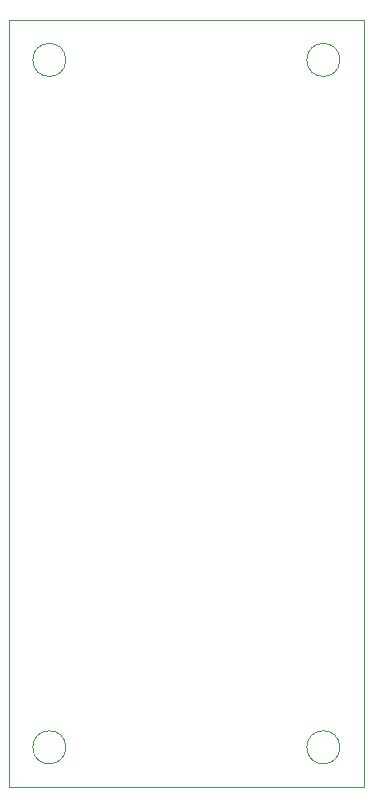
<source format=gbr>
%TF.GenerationSoftware,KiCad,Pcbnew,9.0.1*%
%TF.CreationDate,2025-11-12T14:17:17-05:00*%
%TF.ProjectId,Drone-Flight-Controller,44726f6e-652d-4466-9c69-6768742d436f,rev?*%
%TF.SameCoordinates,Original*%
%TF.FileFunction,Profile,NP*%
%FSLAX46Y46*%
G04 Gerber Fmt 4.6, Leading zero omitted, Abs format (unit mm)*
G04 Created by KiCad (PCBNEW 9.0.1) date 2025-11-12 14:17:17*
%MOMM*%
%LPD*%
G01*
G04 APERTURE LIST*
%TA.AperFunction,Profile*%
%ADD10C,0.050000*%
%TD*%
G04 APERTURE END LIST*
D10*
X40200000Y-15600000D02*
G75*
G02*
X37400000Y-15600000I-1400000J0D01*
G01*
X37400000Y-15600000D02*
G75*
G02*
X40200000Y-15600000I1400000J0D01*
G01*
X17000000Y-15600000D02*
G75*
G02*
X14200000Y-15600000I-1400000J0D01*
G01*
X14200000Y-15600000D02*
G75*
G02*
X17000000Y-15600000I1400000J0D01*
G01*
X17000000Y-73800000D02*
G75*
G02*
X14200000Y-73800000I-1400000J0D01*
G01*
X14200000Y-73800000D02*
G75*
G02*
X17000000Y-73800000I1400000J0D01*
G01*
X12200000Y-12200000D02*
X42200000Y-12200000D01*
X42200000Y-77200000D01*
X12200000Y-77200000D01*
X12200000Y-12200000D01*
X40200000Y-73800000D02*
G75*
G02*
X37400000Y-73800000I-1400000J0D01*
G01*
X37400000Y-73800000D02*
G75*
G02*
X40200000Y-73800000I1400000J0D01*
G01*
M02*

</source>
